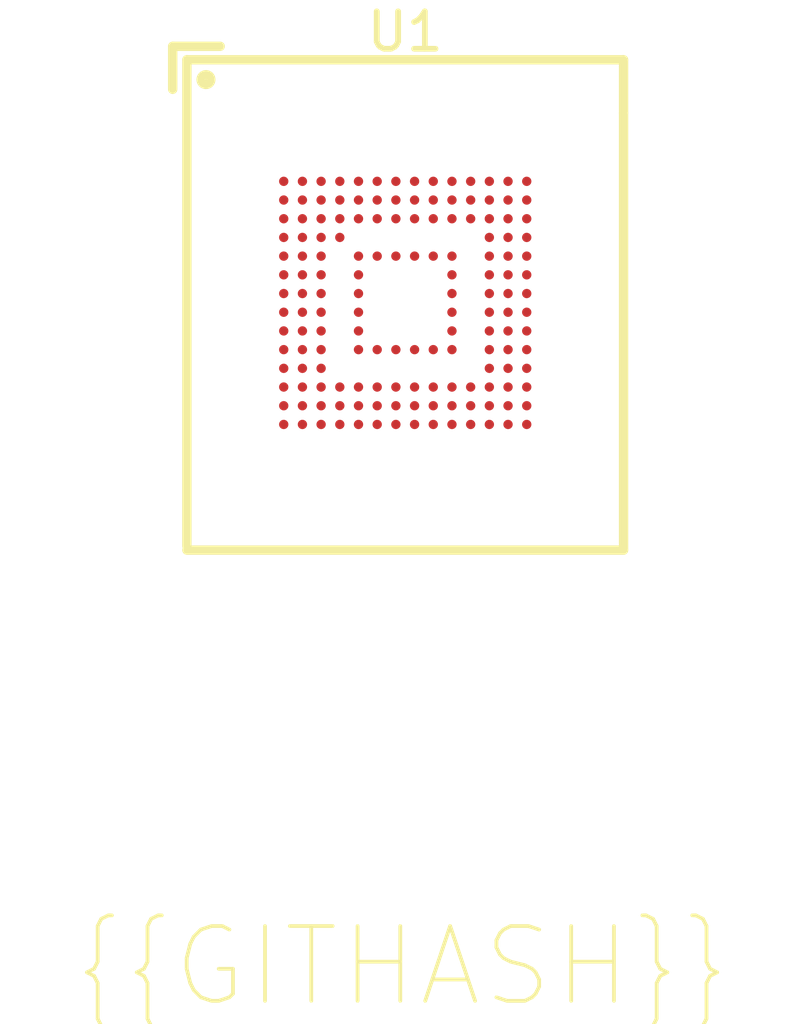
<source format=kicad_pcb>
(kicad_pcb (version 20240108) (generator "pcbnew") (generator_version "8.0")
  (layers (0 "F.Cu" signal) (31 "B.Cu" signal) (34 "B.Paste" user) (35 "F.Paste" user) (36 "B.SilkS" user "B.Silkscreen") (37 "F.SilkS" user "F.Silkscreen") (38 "B.Mask" user) (39 "F.Mask" user) (44 "Edge.Cuts" user))
  (net 0 "")
  (net 3 "*BC98.emmc.footprint.pins[73].net-net")
  (net 5 "*BC98.emmc.footprint.pins[74].net-net")
  (net 7 "*BC98.emmc.footprint.pins[111].net-net")
  (net 10 "*BC98.emmc.footprint.pins[52].net-net")
  (net 11 "*BC98.emmc.footprint.pins[71].net-net")
  (net 12 "*BC98.emmc.footprint.pins[114].net-net")
  (net 15 "*BC98.emmc.footprint.pins[135].net-net")
  (net 16 "*BC98.emmc.footprint.pins[136].net-net")
  (net 17 "*BC98.emmc.footprint.pins[79].net-net")
  (net 18 "*BC98.emmc.footprint.pins[75].net-net")
  (net 24 "*BC98.emmc.footprint.pins[108].net-net")
  (net 27 "*BC98.emmc.footprint.pins[98].net-net")
  (net 29 "*BC98.emmc.footprint.pins[48].net-net")
  (net 33 "*BC98.emmc.footprint.pins[80].net-net")
  (net 37 "*BC98.emmc.footprint.pins[1].net-net")
  (net 40 "*BC98.emmc.footprint.pins[45].net-net")
  (net 45 "*BC98.emmc.footprint.pins[54].net-net")
  (net 48 "*BC98.emmc.footprint.pins[123].net-net")
  (net 49 "*BC98.emmc.footprint.pins[99].net-net")
  (net 52 "*BC98.emmc.footprint.pins[29].net-net")
  (net 53 "*BC98.emmc.footprint.pins[37].net-net")
  (net 55 "*BC98.emmc.footprint.pins[63].net-net")
  (net 56 "*BC98.emmc.footprint.pins[0].net-net")
  (net 58 "dat0")
  (net 59 "*BC98.emmc.footprint.pins[51].net-net")
  (net 71 "*BC98.emmc.footprint.pins[128].net-net")
  (net 72 "dat7")
  (net 77 "vddi")
  (net 82 "*BC98.emmc.footprint.pins[89].net-net")
  (net 83 "dat4")
  (net 84 "*BC98.emmc.footprint.pins[113].net-net")
  (net 85 "*BC98.emmc.footprint.pins[96].net-net")
  (net 86 "*BC98.emmc.footprint.pins[94].net-net")
  (net 89 "*BC98.emmc.footprint.pins[150].net-net")
  (net 90 "cdm")
  (net 91 "*BC98.emmc.footprint.pins[107].net-net")
  (net 92 "*BC98.emmc.footprint.pins[66].net-net")
  (net 93 "*BC98.emmc.footprint.pins[126].net-net")
  (net 100 "*BC98.emmc.footprint.pins[18].net-net")
  (net 101 "*BC98.emmc.footprint.pins[59].net-net")
  (net 108 "*BC98.emmc.footprint.pins[25].net-net")
  (net 111 "*BC98.emmc.footprint.pins[69].net-net")
  (net 112 "*BC98.emmc.footprint.pins[105].net-net")
  (net 114 "dat3")
  (net 115 "*BC98.emmc.footprint.pins[125].net-net")
  (net 117 "*BC98.emmc.footprint.pins[4].net-net")
  (net 119 "*BC98.emmc.footprint.pins[64].net-net")
  (net 121 "*BC98.emmc.footprint.pins[55].net-net")
  (net 126 "*BC98.emmc.footprint.pins[144].net-net")
  (net 127 "*BC98.emmc.footprint.pins[33].net-net")
  (net 130 "*BC98.emmc.footprint.pins[124].net-net")
  (net 134 "*BC98.emmc.footprint.pins[31].net-net")
  (net 140 "*BC98.emmc.footprint.pins[30].net-net")
  (net 141 "*BC98.emmc.footprint.pins[13].net-net")
  (net 144 "*BC98.emmc.footprint.pins[19].net-net")
  (net 145 "*BC98.emmc.footprint.pins[85].net-net")
  (net 146 "*BC98.emmc.footprint.pins[67].net-net")
  (net 147 "*BC98.emmc.footprint.pins[5].net-net")
  (net 151 "*BC98.emmc.footprint.pins[47].net-net")
  (net 155 "*BC98.emmc.footprint.pins[27].net-net")
  (net 157 "*BC98.emmc.footprint.pins[72].net-net")
  (net 159 "*BC98.emmc.footprint.pins[77].net-net")
  (net 161 "*BC98.emmc.footprint.pins[40].net-net")
  (net 162 "*BC98.emmc.footprint.pins[46].net-net")
  (net 164 "*BC98.emmc-net-2")
  (net 165 "*BC98.emmc.footprint.pins[95].net-net")
  (net 168 "*BC98.emmc.footprint.pins[138].net-net")
  (net 171 "*BC98.emmc.footprint.pins[152].net-net")
  (net 175 "*BC98.emmc.footprint.pins[132].net-net")
  (net 176 "*BC98.emmc.footprint.pins[44].net-net")
  (net 177 "*BC98.emmc.footprint.pins[26].net-net")
  (net 178 "*BC98.emmc.footprint.pins[65].net-net")
  (net 179 "*BC98.emmc.footprint.pins[81].net-net")
  (net 182 "rstn")
  (net 183 "*BC98.emmc.footprint.pins[87].net-net")
  (net 185 "*BC98.emmc.footprint.pins[14].net-net")
  (net 186 "*BC98.emmc.footprint.pins[3].net-net")
  (net 189 "*BC98.emmc.footprint.pins[16].net-net")
  (net 191 "*BC98.emmc.footprint.pins[109].net-net")
  (net 192 "*BC98.emmc.footprint.pins[139].net-net")
  (net 193 "*BC98.emmc.footprint.pins[12].net-net")
  (net 198 "*BC98.emmc.footprint.pins[127].net-net")
  (net 199 "*BC98.emmc.footprint.pins[101].net-net")
  (net 201 "*BC98.emmc.footprint.pins[83].net-net")
  (net 202 "*BC98.emmc.footprint.pins[32].net-net")
  (net 203 "*BC98.emmc.footprint.pins[110].net-net")
  (net 209 "*BC98.emmc.footprint.pins[35].net-net")
  (net 213 "*BC98.emmc.footprint.pins[60].net-net")
  (net 214 "*BC98.emmc.footprint.pins[15].net-net")
  (net 219 "*BC98.emmc.footprint.pins[43].net-net")
  (net 220 "*BC98.emmc.footprint.pins[145].net-net")
  (net 221 "*BC98.emmc.footprint.pins[2].net-net")
  (net 222 "*BC98.emmc.footprint.pins[70].net-net")
  (net 223 "data_strobe")
  (net 224 "*BC98.emmc.footprint.pins[56].net-net")
  (net 226 "*BC98.emmc.footprint.pins[129].net-net")
  (net 228 "*BC98.emmc.footprint.pins[39].net-net")
  (net 229 "*BC98.emmc.footprint.pins[53].net-net")
  (net 236 "*BC98.emmc.footprint.pins[50].net-net")
  (net 237 "dat5")
  (net 238 "*BC98.emmc.footprint.pins[6].net-net")
  (net 241 "*BC98.emmc.footprint.pins[82].net-net")
  (net 244 "*BC98.emmc.footprint.pins[142].net-net")
  (net 247 "*BC98.emmc.footprint.pins[61].net-net")
  (net 248 "*BC98.emmc.footprint.pins[41].net-net")
  (net 249 "*BC98.emmc.footprint.pins[17].net-net")
  (net 254 "*BC98.emmc.footprint.pins[117].net-net")
  (net 264 "*BC98.emmc.footprint.pins[28].net-net")
  (net 265 "*BC98.emmc.footprint.pins[130].net-net")
  (net 266 "*BC98.emmc.footprint.pins[42].net-net")
  (net 269 "*BC98.emmc.footprint.pins[122].net-net")
  (net 270 "*BC98.emmc.footprint.pins[140].net-net")
  (net 275 "*BC98.emmc-net-0")
  (net 276 "*BC98.emmc.footprint.pins[102].net-net")
  (net 279 "*BC98.emmc.footprint.pins[11].net-net")
  (net 280 "*BC98.emmc.footprint.pins[143].net-net")
  (net 285 "*BC98.emmc.footprint.pins[91].net-net")
  (net 286 "*BC98.emmc.footprint.pins[141].net-net")
  (net 291 "*BC98.emmc.footprint.pins[118].net-net")
  (net 297 "*BC98.emmc.footprint.pins[112].net-net")
  (net 298 "*BC98.emmc.footprint.pins[49].net-net")
  (net 300 "dat6")
  (net 304 "*BC98.emmc.footprint.pins[115].net-net")
  (net 307 "*BC98.emmc.footprint.pins[137].net-net")
  (net 312 "*BC98.emmc.footprint.pins[106].net-net")
  (net 313 "*BC98.emmc.footprint.pins[116].net-net")
  (net 315 "*BC98.emmc-net-1")
  (net 317 "dat1")
  (net 318 "dat2")
  (net 319 "*BC98.emmc.footprint.pins[90].net-net")
  (net 320 "*BC98.emmc.footprint.pins[97].net-net")
  (net 321 "clk")
  (net 324 "*BC98.emmc.footprint.pins[88].net-net")
  (net 326 "*BC98.emmc.footprint.pins[62].net-net")
  (net 327 "*BC98.emmc.footprint.pins[151].net-net")
  (net 328 "*BC98.emmc.footprint.pins[93].net-net")
  (footprint "lcsc:FBGA-153_L13.0-W11.5-P0.50_KLMAG1JETD-B041" (layer "F.Cu") (at 149.2 97.2 0)
    (property "Reference" "U1" (at 0 -7.25 0) (layer "F.SilkS") (hide no))
    (property "Value" "Samsung_KLMBG2JETD_B041")
    (fp_line (start -4.95 -6.86) (end -6.22 -6.86) (stroke (width 0.25)) (layer "F.SilkS"))
    (fp_line (start -6.22 -6.86) (end -6.22 -5.71) (stroke (width 0.25)) (layer "F.SilkS"))
    (fp_line (start -5.84 -6.5) (end 5.84 -6.5) (stroke (width 0.25)) (layer "F.SilkS"))
    (fp_line (start 5.84 -6.5) (end 5.84 -5.08) (stroke (width 0.25)) (layer "F.SilkS"))
    (fp_line (start -5.84 6.5) (end -5.84 -6.5) (stroke (width 0.25)) (layer "F.SilkS"))
    (fp_line (start -5.84 6.61) (end 5.84 6.61) (stroke (width 0.25)) (layer "F.SilkS"))
    (fp_line (start 5.84 6.61) (end 5.84 -5.08) (stroke (width 0.25)) (layer "F.SilkS"))
    (fp_circle (center -5.33 -5.97) (end -5.2 -5.97) (stroke (width 0.25)) (fill none) (layer "F.SilkS"))
    (fp_text user "${REFERENCE}" (at 0 -7.25 0) (layer "F.SilkS"))
    (pad "A1" smd circle (at -3.25 -3.25 0) (size 0.25 0.25) (layers "F.Cu" "F.Paste" "F.Mask") (net 56 "*BC98.emmc.footprint.pins[0].net-net"))
    (pad "A2" smd circle (at -2.75 -3.25 0) (size 0.25 0.25) (layers "F.Cu" "F.Paste" "F.Mask") (net 238 "*BC98.emmc.footprint.pins[6].net-net"))
    (pad "A3" smd circle (at -2.25 -3.25 0) (size 0.25 0.25) (layers "F.Cu" "F.Paste" "F.Mask") (net 58 "dat0"))
    (pad "A4" smd circle (at -1.75 -3.25 0) (size 0.25 0.25) (layers "F.Cu" "F.Paste" "F.Mask") (net 317 "dat1"))
    (pad "A5" smd circle (at -1.25 -3.25 0) (size 0.25 0.25) (layers "F.Cu" "F.Paste" "F.Mask") (net 318 "dat2"))
    (pad "A6" smd circle (at -0.75 -3.25 0) (size 0.25 0.25) (layers "F.Cu" "F.Paste" "F.Mask") (net 275 "*BC98.emmc-net-0"))
    (pad "A7" smd circle (at -0.25 -3.25 0) (size 0.25 0.25) (layers "F.Cu" "F.Paste" "F.Mask") (net 279 "*BC98.emmc.footprint.pins[11].net-net"))
    (pad "A8" smd circle (at 0.25 -3.25 0) (size 0.25 0.25) (layers "F.Cu" "F.Paste" "F.Mask") (net 193 "*BC98.emmc.footprint.pins[12].net-net"))
    (pad "A9" smd circle (at 0.75 -3.25 0) (size 0.25 0.25) (layers "F.Cu" "F.Paste" "F.Mask") (net 141 "*BC98.emmc.footprint.pins[13].net-net"))
    (pad "A10" smd circle (at 1.25 -3.25 0) (size 0.25 0.25) (layers "F.Cu" "F.Paste" "F.Mask") (net 37 "*BC98.emmc.footprint.pins[1].net-net"))
    (pad "A11" smd circle (at 1.75 -3.25 0) (size 0.25 0.25) (layers "F.Cu" "F.Paste" "F.Mask") (net 221 "*BC98.emmc.footprint.pins[2].net-net"))
    (pad "A12" smd circle (at 2.25 -3.25 0) (size 0.25 0.25) (layers "F.Cu" "F.Paste" "F.Mask") (net 186 "*BC98.emmc.footprint.pins[3].net-net"))
    (pad "A13" smd circle (at 2.75 -3.25 0) (size 0.25 0.25) (layers "F.Cu" "F.Paste" "F.Mask") (net 117 "*BC98.emmc.footprint.pins[4].net-net"))
    (pad "A14" smd circle (at 3.25 -3.25 0) (size 0.25 0.25) (layers "F.Cu" "F.Paste" "F.Mask") (net 147 "*BC98.emmc.footprint.pins[5].net-net"))
    (pad "B1" smd circle (at -3.25 -2.75 0) (size 0.25 0.25) (layers "F.Cu" "F.Paste" "F.Mask") (net 185 "*BC98.emmc.footprint.pins[14].net-net"))
    (pad "B2" smd circle (at -2.75 -2.75 0) (size 0.25 0.25) (layers "F.Cu" "F.Paste" "F.Mask") (net 114 "dat3"))
    (pad "B3" smd circle (at -2.25 -2.75 0) (size 0.25 0.25) (layers "F.Cu" "F.Paste" "F.Mask") (net 83 "dat4"))
    (pad "B4" smd circle (at -1.75 -2.75 0) (size 0.25 0.25) (layers "F.Cu" "F.Paste" "F.Mask") (net 237 "dat5"))
    (pad "B5" smd circle (at -1.25 -2.75 0) (size 0.25 0.25) (layers "F.Cu" "F.Paste" "F.Mask") (net 300 "dat6"))
    (pad "B6" smd circle (at -0.75 -2.75 0) (size 0.25 0.25) (layers "F.Cu" "F.Paste" "F.Mask") (net 72 "dat7"))
    (pad "B7" smd circle (at -0.25 -2.75 0) (size 0.25 0.25) (layers "F.Cu" "F.Paste" "F.Mask") (net 108 "*BC98.emmc.footprint.pins[25].net-net"))
    (pad "B8" smd circle (at 0.25 -2.75 0) (size 0.25 0.25) (layers "F.Cu" "F.Paste" "F.Mask") (net 177 "*BC98.emmc.footprint.pins[26].net-net"))
    (pad "B9" smd circle (at 0.75 -2.75 0) (size 0.25 0.25) (layers "F.Cu" "F.Paste" "F.Mask") (net 155 "*BC98.emmc.footprint.pins[27].net-net"))
    (pad "B10" smd circle (at 1.25 -2.75 0) (size 0.25 0.25) (layers "F.Cu" "F.Paste" "F.Mask") (net 214 "*BC98.emmc.footprint.pins[15].net-net"))
    (pad "B11" smd circle (at 1.75 -2.75 0) (size 0.25 0.25) (layers "F.Cu" "F.Paste" "F.Mask") (net 189 "*BC98.emmc.footprint.pins[16].net-net"))
    (pad "B12" smd circle (at 2.25 -2.75 0) (size 0.25 0.25) (layers "F.Cu" "F.Paste" "F.Mask") (net 249 "*BC98.emmc.footprint.pins[17].net-net"))
    (pad "B13" smd circle (at 2.75 -2.75 0) (size 0.25 0.25) (layers "F.Cu" "F.Paste" "F.Mask") (net 100 "*BC98.emmc.footprint.pins[18].net-net"))
    (pad "B14" smd circle (at 3.25 -2.75 0) (size 0.25 0.25) (layers "F.Cu" "F.Paste" "F.Mask") (net 144 "*BC98.emmc.footprint.pins[19].net-net"))
    (pad "C1" smd circle (at -3.25 -2.25 0) (size 0.25 0.25) (layers "F.Cu" "F.Paste" "F.Mask") (net 264 "*BC98.emmc.footprint.pins[28].net-net"))
    (pad "C2" smd circle (at -2.75 -2.25 0) (size 0.25 0.25) (layers "F.Cu" "F.Paste" "F.Mask") (net 77 "vddi"))
    (pad "C3" smd circle (at -2.25 -2.25 0) (size 0.25 0.25) (layers "F.Cu" "F.Paste" "F.Mask") (net 209 "*BC98.emmc.footprint.pins[35].net-net"))
    (pad "C4" smd circle (at -1.75 -2.25 0) (size 0.25 0.25) (layers "F.Cu" "F.Paste" "F.Mask") (net 275 "*BC98.emmc-net-0"))
    (pad "C5" smd circle (at -1.25 -2.25 0) (size 0.25 0.25) (layers "F.Cu" "F.Paste" "F.Mask") (net 53 "*BC98.emmc.footprint.pins[37].net-net"))
    (pad "C6" smd circle (at -0.75 -2.25 0) (size 0.25 0.25) (layers "F.Cu" "F.Paste" "F.Mask") (net 164 "*BC98.emmc-net-2"))
    (pad "C7" smd circle (at -0.25 -2.25 0) (size 0.25 0.25) (layers "F.Cu" "F.Paste" "F.Mask") (net 228 "*BC98.emmc.footprint.pins[39].net-net"))
    (pad "C8" smd circle (at 0.25 -2.25 0) (size 0.25 0.25) (layers "F.Cu" "F.Paste" "F.Mask") (net 161 "*BC98.emmc.footprint.pins[40].net-net"))
    (pad "C9" smd circle (at 0.75 -2.25 0) (size 0.25 0.25) (layers "F.Cu" "F.Paste" "F.Mask") (net 248 "*BC98.emmc.footprint.pins[41].net-net"))
    (pad "C10" smd circle (at 1.25 -2.25 0) (size 0.25 0.25) (layers "F.Cu" "F.Paste" "F.Mask") (net 52 "*BC98.emmc.footprint.pins[29].net-net"))
    (pad "C11" smd circle (at 1.75 -2.25 0) (size 0.25 0.25) (layers "F.Cu" "F.Paste" "F.Mask") (net 140 "*BC98.emmc.footprint.pins[30].net-net"))
    (pad "C12" smd circle (at 2.25 -2.25 0) (size 0.25 0.25) (layers "F.Cu" "F.Paste" "F.Mask") (net 134 "*BC98.emmc.footprint.pins[31].net-net"))
    (pad "C13" smd circle (at 2.75 -2.25 0) (size 0.25 0.25) (layers "F.Cu" "F.Paste" "F.Mask") (net 202 "*BC98.emmc.footprint.pins[32].net-net"))
    (pad "C14" smd circle (at 3.25 -2.25 0) (size 0.25 0.25) (layers "F.Cu" "F.Paste" "F.Mask") (net 127 "*BC98.emmc.footprint.pins[33].net-net"))
    (pad "D1" smd circle (at -3.25 -1.75 0) (size 0.25 0.25) (layers "F.Cu" "F.Paste" "F.Mask") (net 266 "*BC98.emmc.footprint.pins[42].net-net"))
    (pad "D2" smd circle (at -2.75 -1.75 0) (size 0.25 0.25) (layers "F.Cu" "F.Paste" "F.Mask") (net 162 "*BC98.emmc.footprint.pins[46].net-net"))
    (pad "D3" smd circle (at -2.25 -1.75 0) (size 0.25 0.25) (layers "F.Cu" "F.Paste" "F.Mask") (net 151 "*BC98.emmc.footprint.pins[47].net-net"))
    (pad "D4" smd circle (at -1.75 -1.75 0) (size 0.25 0.25) (layers "F.Cu" "F.Paste" "F.Mask") (net 29 "*BC98.emmc.footprint.pins[48].net-net"))
    (pad "D12" smd circle (at 2.25 -1.75 0) (size 0.25 0.25) (layers "F.Cu" "F.Paste" "F.Mask") (net 219 "*BC98.emmc.footprint.pins[43].net-net"))
    (pad "D13" smd circle (at 2.75 -1.75 0) (size 0.25 0.25) (layers "F.Cu" "F.Paste" "F.Mask") (net 176 "*BC98.emmc.footprint.pins[44].net-net"))
    (pad "D14" smd circle (at 3.25 -1.75 0) (size 0.25 0.25) (layers "F.Cu" "F.Paste" "F.Mask") (net 40 "*BC98.emmc.footprint.pins[45].net-net"))
    (pad "E1" smd circle (at -3.25 -1.25 0) (size 0.25 0.25) (layers "F.Cu" "F.Paste" "F.Mask") (net 298 "*BC98.emmc.footprint.pins[49].net-net"))
    (pad "E2" smd circle (at -2.75 -1.25 0) (size 0.25 0.25) (layers "F.Cu" "F.Paste" "F.Mask") (net 45 "*BC98.emmc.footprint.pins[54].net-net"))
    (pad "E3" smd circle (at -2.25 -1.25 0) (size 0.25 0.25) (layers "F.Cu" "F.Paste" "F.Mask") (net 121 "*BC98.emmc.footprint.pins[55].net-net"))
    (pad "E5" smd circle (at -1.25 -1.25 0) (size 0.25 0.25) (layers "F.Cu" "F.Paste" "F.Mask") (net 224 "*BC98.emmc.footprint.pins[56].net-net"))
    (pad "E6" smd circle (at -0.75 -1.25 0) (size 0.25 0.25) (layers "F.Cu" "F.Paste" "F.Mask") (net 315 "*BC98.emmc-net-1"))
    (pad "E7" smd circle (at -0.25 -1.25 0) (size 0.25 0.25) (layers "F.Cu" "F.Paste" "F.Mask") (net 275 "*BC98.emmc-net-0"))
    (pad "E8" smd circle (at 0.25 -1.25 0) (size 0.25 0.25) (layers "F.Cu" "F.Paste" "F.Mask") (net 101 "*BC98.emmc.footprint.pins[59].net-net"))
    (pad "E9" smd circle (at 0.75 -1.25 0) (size 0.25 0.25) (layers "F.Cu" "F.Paste" "F.Mask") (net 213 "*BC98.emmc.footprint.pins[60].net-net"))
    (pad "E10" smd circle (at 1.25 -1.25 0) (size 0.25 0.25) (layers "F.Cu" "F.Paste" "F.Mask") (net 236 "*BC98.emmc.footprint.pins[50].net-net"))
    (pad "E12" smd circle (at 2.25 -1.25 0) (size 0.25 0.25) (layers "F.Cu" "F.Paste" "F.Mask") (net 59 "*BC98.emmc.footprint.pins[51].net-net"))
    (pad "E13" smd circle (at 2.75 -1.25 0) (size 0.25 0.25) (layers "F.Cu" "F.Paste" "F.Mask") (net 10 "*BC98.emmc.footprint.pins[52].net-net"))
    (pad "E14" smd circle (at 3.25 -1.25 0) (size 0.25 0.25) (layers "F.Cu" "F.Paste" "F.Mask") (net 229 "*BC98.emmc.footprint.pins[53].net-net"))
    (pad "F1" smd circle (at -3.25 -0.75 0) (size 0.25 0.25) (layers "F.Cu" "F.Paste" "F.Mask") (net 247 "*BC98.emmc.footprint.pins[61].net-net"))
    (pad "F2" smd circle (at -2.75 -0.75 0) (size 0.25 0.25) (layers "F.Cu" "F.Paste" "F.Mask") (net 92 "*BC98.emmc.footprint.pins[66].net-net"))
    (pad "F3" smd circle (at -2.25 -0.75 0) (size 0.25 0.25) (layers "F.Cu" "F.Paste" "F.Mask") (net 146 "*BC98.emmc.footprint.pins[67].net-net"))
    (pad "F5" smd circle (at -1.25 -0.75 0) (size 0.25 0.25) (layers "F.Cu" "F.Paste" "F.Mask") (net 315 "*BC98.emmc-net-1"))
    (pad "F10" smd circle (at 1.25 -0.75 0) (size 0.25 0.25) (layers "F.Cu" "F.Paste" "F.Mask") (net 326 "*BC98.emmc.footprint.pins[62].net-net"))
    (pad "F12" smd circle (at 2.25 -0.75 0) (size 0.25 0.25) (layers "F.Cu" "F.Paste" "F.Mask") (net 55 "*BC98.emmc.footprint.pins[63].net-net"))
    (pad "F13" smd circle (at 2.75 -0.75 0) (size 0.25 0.25) (layers "F.Cu" "F.Paste" "F.Mask") (net 119 "*BC98.emmc.footprint.pins[64].net-net"))
    (pad "F14" smd circle (at 3.25 -0.75 0) (size 0.25 0.25) (layers "F.Cu" "F.Paste" "F.Mask") (net 178 "*BC98.emmc.footprint.pins[65].net-net"))
    (pad "G1" smd circle (at -3.25 -0.25 0) (size 0.25 0.25) (layers "F.Cu" "F.Paste" "F.Mask") (net 111 "*BC98.emmc.footprint.pins[69].net-net"))
    (pad "G2" smd circle (at -2.75 -0.25 0) (size 0.25 0.25) (layers "F.Cu" "F.Paste" "F.Mask") (net 5 "*BC98.emmc.footprint.pins[74].net-net"))
    (pad "G3" smd circle (at -2.25 -0.25 0) (size 0.25 0.25) (layers "F.Cu" "F.Paste" "F.Mask") (net 18 "*BC98.emmc.footprint.pins[75].net-net"))
    (pad "G5" smd circle (at -1.25 -0.25 0) (size 0.25 0.25) (layers "F.Cu" "F.Paste" "F.Mask") (net 275 "*BC98.emmc-net-0"))
    (pad "G10" smd circle (at 1.25 -0.25 0) (size 0.25 0.25) (layers "F.Cu" "F.Paste" "F.Mask") (net 222 "*BC98.emmc.footprint.pins[70].net-net"))
    (pad "G12" smd circle (at 2.25 -0.25 0) (size 0.25 0.25) (layers "F.Cu" "F.Paste" "F.Mask") (net 11 "*BC98.emmc.footprint.pins[71].net-net"))
    (pad "G13" smd circle (at 2.75 -0.25 0) (size 0.25 0.25) (layers "F.Cu" "F.Paste" "F.Mask") (net 157 "*BC98.emmc.footprint.pins[72].net-net"))
    (pad "G14" smd circle (at 3.25 -0.25 0) (size 0.25 0.25) (layers "F.Cu" "F.Paste" "F.Mask") (net 3 "*BC98.emmc.footprint.pins[73].net-net"))
    (pad "H1" smd circle (at -3.25 0.25 0) (size 0.25 0.25) (layers "F.Cu" "F.Paste" "F.Mask") (net 159 "*BC98.emmc.footprint.pins[77].net-net"))
    (pad "H2" smd circle (at -2.75 0.25 0) (size 0.25 0.25) (layers "F.Cu" "F.Paste" "F.Mask") (net 241 "*BC98.emmc.footprint.pins[82].net-net"))
    (pad "H3" smd circle (at -2.25 0.25 0) (size 0.25 0.25) (layers "F.Cu" "F.Paste" "F.Mask") (net 201 "*BC98.emmc.footprint.pins[83].net-net"))
    (pad "H5" smd circle (at -1.25 0.25 0) (size 0.25 0.25) (layers "F.Cu" "F.Paste" "F.Mask") (net 223 "data_strobe"))
    (pad "H10" smd circle (at 1.25 0.25 0) (size 0.25 0.25) (layers "F.Cu" "F.Paste" "F.Mask") (net 275 "*BC98.emmc-net-0"))
    (pad "H12" smd circle (at 2.25 0.25 0) (size 0.25 0.25) (layers "F.Cu" "F.Paste" "F.Mask") (net 17 "*BC98.emmc.footprint.pins[79].net-net"))
    (pad "H13" smd circle (at 2.75 0.25 0) (size 0.25 0.25) (layers "F.Cu" "F.Paste" "F.Mask") (net 33 "*BC98.emmc.footprint.pins[80].net-net"))
    (pad "H14" smd circle (at 3.25 0.25 0) (size 0.25 0.25) (layers "F.Cu" "F.Paste" "F.Mask") (net 179 "*BC98.emmc.footprint.pins[81].net-net"))
    (pad "J1" smd circle (at -3.25 0.75 0) (size 0.25 0.25) (layers "F.Cu" "F.Paste" "F.Mask") (net 145 "*BC98.emmc.footprint.pins[85].net-net"))
    (pad "J2" smd circle (at -2.75 0.75 0) (size 0.25 0.25) (layers "F.Cu" "F.Paste" "F.Mask") (net 319 "*BC98.emmc.footprint.pins[90].net-net"))
    (pad "J3" smd circle (at -2.25 0.75 0) (size 0.25 0.25) (layers "F.Cu" "F.Paste" "F.Mask") (net 285 "*BC98.emmc.footprint.pins[91].net-net"))
    (pad "J5" smd circle (at -1.25 0.75 0) (size 0.25 0.25) (layers "F.Cu" "F.Paste" "F.Mask") (net 275 "*BC98.emmc-net-0"))
    (pad "J10" smd circle (at 1.25 0.75 0) (size 0.25 0.25) (layers "F.Cu" "F.Paste" "F.Mask") (net 315 "*BC98.emmc-net-1"))
    (pad "J12" smd circle (at 2.25 0.75 0) (size 0.25 0.25) (layers "F.Cu" "F.Paste" "F.Mask") (net 183 "*BC98.emmc.footprint.pins[87].net-net"))
    (pad "J13" smd circle (at 2.75 0.75 0) (size 0.25 0.25) (layers "F.Cu" "F.Paste" "F.Mask") (net 324 "*BC98.emmc.footprint.pins[88].net-net"))
    (pad "J14" smd circle (at 3.25 0.75 0) (size 0.25 0.25) (layers "F.Cu" "F.Paste" "F.Mask") (net 82 "*BC98.emmc.footprint.pins[89].net-net"))
    (pad "K1" smd circle (at -3.25 1.25 0) (size 0.25 0.25) (layers "F.Cu" "F.Paste" "F.Mask") (net 328 "*BC98.emmc.footprint.pins[93].net-net"))
    (pad "K2" smd circle (at -2.75 1.25 0) (size 0.25 0.25) (layers "F.Cu" "F.Paste" "F.Mask") (net 27 "*BC98.emmc.footprint.pins[98].net-net"))
    (pad "K3" smd circle (at -2.25 1.25 0) (size 0.25 0.25) (layers "F.Cu" "F.Paste" "F.Mask") (net 49 "*BC98.emmc.footprint.pins[99].net-net"))
    (pad "K5" smd circle (at -1.25 1.25 0) (size 0.25 0.25) (layers "F.Cu" "F.Paste" "F.Mask") (net 182 "rstn"))
    (pad "K6" smd circle (at -0.75 1.25 0) (size 0.25 0.25) (layers "F.Cu" "F.Paste" "F.Mask") (net 199 "*BC98.emmc.footprint.pins[101].net-net"))
    (pad "K7" smd circle (at -0.25 1.25 0) (size 0.25 0.25) (layers "F.Cu" "F.Paste" "F.Mask") (net 276 "*BC98.emmc.footprint.pins[102].net-net"))
    (pad "K8" smd circle (at 0.25 1.25 0) (size 0.25 0.25) (layers "F.Cu" "F.Paste" "F.Mask") (net 275 "*BC98.emmc-net-0"))
    (pad "K9" smd circle (at 0.75 1.25 0) (size 0.25 0.25) (layers "F.Cu" "F.Paste" "F.Mask") (net 315 "*BC98.emmc-net-1"))
    (pad "K10" smd circle (at 1.25 1.25 0) (size 0.25 0.25) (layers "F.Cu" "F.Paste" "F.Mask") (net 86 "*BC98.emmc.footprint.pins[94].net-net"))
    (pad "K12" smd circle (at 2.25 1.25 0) (size 0.25 0.25) (layers "F.Cu" "F.Paste" "F.Mask") (net 165 "*BC98.emmc.footprint.pins[95].net-net"))
    (pad "K13" smd circle (at 2.75 1.25 0) (size 0.25 0.25) (layers "F.Cu" "F.Paste" "F.Mask") (net 85 "*BC98.emmc.footprint.pins[96].net-net"))
    (pad "K14" smd circle (at 3.25 1.25 0) (size 0.25 0.25) (layers "F.Cu" "F.Paste" "F.Mask") (net 320 "*BC98.emmc.footprint.pins[97].net-net"))
    (pad "L1" smd circle (at -3.25 1.75 0) (size 0.25 0.25) (layers "F.Cu" "F.Paste" "F.Mask") (net 112 "*BC98.emmc.footprint.pins[105].net-net"))
    (pad "L2" smd circle (at -2.75 1.75 0) (size 0.25 0.25) (layers "F.Cu" "F.Paste" "F.Mask") (net 191 "*BC98.emmc.footprint.pins[109].net-net"))
    (pad "L3" smd circle (at -2.25 1.75 0) (size 0.25 0.25) (layers "F.Cu" "F.Paste" "F.Mask") (net 203 "*BC98.emmc.footprint.pins[110].net-net"))
    (pad "L12" smd circle (at 2.25 1.75 0) (size 0.25 0.25) (layers "F.Cu" "F.Paste" "F.Mask") (net 312 "*BC98.emmc.footprint.pins[106].net-net"))
    (pad "L13" smd circle (at 2.75 1.75 0) (size 0.25 0.25) (layers "F.Cu" "F.Paste" "F.Mask") (net 91 "*BC98.emmc.footprint.pins[107].net-net"))
    (pad "L14" smd circle (at 3.25 1.75 0) (size 0.25 0.25) (layers "F.Cu" "F.Paste" "F.Mask") (net 24 "*BC98.emmc.footprint.pins[108].net-net"))
    (pad "M1" smd circle (at -3.25 2.25 0) (size 0.25 0.25) (layers "F.Cu" "F.Paste" "F.Mask") (net 7 "*BC98.emmc.footprint.pins[111].net-net"))
    (pad "M2" smd circle (at -2.75 2.25 0) (size 0.25 0.25) (layers "F.Cu" "F.Paste" "F.Mask") (net 254 "*BC98.emmc.footprint.pins[117].net-net"))
    (pad "M3" smd circle (at -2.25 2.25 0) (size 0.25 0.25) (layers "F.Cu" "F.Paste" "F.Mask") (net 291 "*BC98.emmc.footprint.pins[118].net-net"))
    (pad "M4" smd circle (at -1.75 2.25 0) (size 0.25 0.25) (layers "F.Cu" "F.Paste" "F.Mask") (net 164 "*BC98.emmc-net-2"))
    (pad "M5" smd circle (at -1.25 2.25 0) (size 0.25 0.25) (layers "F.Cu" "F.Paste" "F.Mask") (net 90 "cdm"))
    (pad "M6" smd circle (at -0.75 2.25 0) (size 0.25 0.25) (layers "F.Cu" "F.Paste" "F.Mask") (net 321 "clk"))
    (pad "M7" smd circle (at -0.25 2.25 0) (size 0.25 0.25) (layers "F.Cu" "F.Paste" "F.Mask") (net 269 "*BC98.emmc.footprint.pins[122].net-net"))
    (pad "M8" smd circle (at 0.25 2.25 0) (size 0.25 0.25) (layers "F.Cu" "F.Paste" "F.Mask") (net 48 "*BC98.emmc.footprint.pins[123].net-net"))
    (pad "M9" smd circle (at 0.75 2.25 0) (size 0.25 0.25) (layers "F.Cu" "F.Paste" "F.Mask") (net 130 "*BC98.emmc.footprint.pins[124].net-net"))
    (pad "M10" smd circle (at 1.25 2.25 0) (size 0.25 0.25) (layers "F.Cu" "F.Paste" "F.Mask") (net 297 "*BC98.emmc.footprint.pins[112].net-net"))
    (pad "M11" smd circle (at 1.75 2.25 0) (size 0.25 0.25) (layers "F.Cu" "F.Paste" "F.Mask") (net 84 "*BC98.emmc.footprint.pins[113].net-net"))
    (pad "M12" smd circle (at 2.25 2.25 0) (size 0.25 0.25) (layers "F.Cu" "F.Paste" "F.Mask") (net 12 "*BC98.emmc.footprint.pins[114].net-net"))
    (pad "M13" smd circle (at 2.75 2.25 0) (size 0.25 0.25) (layers "F.Cu" "F.Paste" "F.Mask") (net 304 "*BC98.emmc.footprint.pins[115].net-net"))
    (pad "M14" smd circle (at 3.25 2.25 0) (size 0.25 0.25) (layers "F.Cu" "F.Paste" "F.Mask") (net 313 "*BC98.emmc.footprint.pins[116].net-net"))
    (pad "N1" smd circle (at -3.25 2.75 0) (size 0.25 0.25) (layers "F.Cu" "F.Paste" "F.Mask") (net 115 "*BC98.emmc.footprint.pins[125].net-net"))
    (pad "N2" smd circle (at -2.75 2.75 0) (size 0.25 0.25) (layers "F.Cu" "F.Paste" "F.Mask") (net 275 "*BC98.emmc-net-0"))
    (pad "N3" smd circle (at -2.25 2.75 0) (size 0.25 0.25) (layers "F.Cu" "F.Paste" "F.Mask") (net 175 "*BC98.emmc.footprint.pins[132].net-net"))
    (pad "N4" smd circle (at -1.75 2.75 0) (size 0.25 0.25) (layers "F.Cu" "F.Paste" "F.Mask") (net 164 "*BC98.emmc-net-2"))
    (pad "N5" smd circle (at -1.25 2.75 0) (size 0.25 0.25) (layers "F.Cu" "F.Paste" "F.Mask") (net 275 "*BC98.emmc-net-0"))
    (pad "N6" smd circle (at -0.75 2.75 0) (size 0.25 0.25) (layers "F.Cu" "F.Paste" "F.Mask") (net 15 "*BC98.emmc.footprint.pins[135].net-net"))
    (pad "N7" smd circle (at -0.25 2.75 0) (size 0.25 0.25) (layers "F.Cu" "F.Paste" "F.Mask") (net 16 "*BC98.emmc.footprint.pins[136].net-net"))
    (pad "N8" smd circle (at 0.25 2.75 0) (size 0.25 0.25) (layers "F.Cu" "F.Paste" "F.Mask") (net 307 "*BC98.emmc.footprint.pins[137].net-net"))
    (pad "N9" smd circle (at 0.75 2.75 0) (size 0.25 0.25) (layers "F.Cu" "F.Paste" "F.Mask") (net 168 "*BC98.emmc.footprint.pins[138].net-net"))
    (pad "N10" smd circle (at 1.25 2.75 0) (size 0.25 0.25) (layers "F.Cu" "F.Paste" "F.Mask") (net 93 "*BC98.emmc.footprint.pins[126].net-net"))
    (pad "N11" smd circle (at 1.75 2.75 0) (size 0.25 0.25) (layers "F.Cu" "F.Paste" "F.Mask") (net 198 "*BC98.emmc.footprint.pins[127].net-net"))
    (pad "N12" smd circle (at 2.25 2.75 0) (size 0.25 0.25) (layers "F.Cu" "F.Paste" "F.Mask") (net 71 "*BC98.emmc.footprint.pins[128].net-net"))
    (pad "N13" smd circle (at 2.75 2.75 0) (size 0.25 0.25) (layers "F.Cu" "F.Paste" "F.Mask") (net 226 "*BC98.emmc.footprint.pins[129].net-net"))
    (pad "N14" smd circle (at 3.25 2.75 0) (size 0.25 0.25) (layers "F.Cu" "F.Paste" "F.Mask") (net 265 "*BC98.emmc.footprint.pins[130].net-net"))
    (pad "P1" smd circle (at -3.25 3.25 0) (size 0.25 0.25) (layers "F.Cu" "F.Paste" "F.Mask") (net 192 "*BC98.emmc.footprint.pins[139].net-net"))
    (pad "P2" smd circle (at -2.75 3.25 0) (size 0.25 0.25) (layers "F.Cu" "F.Paste" "F.Mask") (net 220 "*BC98.emmc.footprint.pins[145].net-net"))
    (pad "P3" smd circle (at -2.25 3.25 0) (size 0.25 0.25) (layers "F.Cu" "F.Paste" "F.Mask") (net 164 "*BC98.emmc-net-2"))
    (pad "P4" smd circle (at -1.75 3.25 0) (size 0.25 0.25) (layers "F.Cu" "F.Paste" "F.Mask") (net 275 "*BC98.emmc-net-0"))
    (pad "P5" smd circle (at -1.25 3.25 0) (size 0.25 0.25) (layers "F.Cu" "F.Paste" "F.Mask") (net 164 "*BC98.emmc-net-2"))
    (pad "P6" smd circle (at -0.75 3.25 0) (size 0.25 0.25) (layers "F.Cu" "F.Paste" "F.Mask") (net 275 "*BC98.emmc-net-0"))
    (pad "P7" smd circle (at -0.25 3.25 0) (size 0.25 0.25) (layers "F.Cu" "F.Paste" "F.Mask") (net 89 "*BC98.emmc.footprint.pins[150].net-net"))
    (pad "P8" smd circle (at 0.25 3.25 0) (size 0.25 0.25) (layers "F.Cu" "F.Paste" "F.Mask") (net 327 "*BC98.emmc.footprint.pins[151].net-net"))
    (pad "P9" smd circle (at 0.75 3.25 0) (size 0.25 0.25) (layers "F.Cu" "F.Paste" "F.Mask") (net 171 "*BC98.emmc.footprint.pins[152].net-net"))
    (pad "P10" smd circle (at 1.25 3.25 0) (size 0.25 0.25) (layers "F.Cu" "F.Paste" "F.Mask") (net 270 "*BC98.emmc.footprint.pins[140].net-net"))
    (pad "P11" smd circle (at 1.75 3.25 0) (size 0.25 0.25) (layers "F.Cu" "F.Paste" "F.Mask") (net 286 "*BC98.emmc.footprint.pins[141].net-net"))
    (pad "P12" smd circle (at 2.25 3.25 0) (size 0.25 0.25) (layers "F.Cu" "F.Paste" "F.Mask") (net 244 "*BC98.emmc.footprint.pins[142].net-net"))
    (pad "P13" smd circle (at 2.75 3.25 0) (size 0.25 0.25) (layers "F.Cu" "F.Paste" "F.Mask") (net 280 "*BC98.emmc.footprint.pins[143].net-net"))
    (pad "P14" smd circle (at 3.25 3.25 0) (size 0.25 0.25) (layers "F.Cu" "F.Paste" "F.Mask") (net 126 "*BC98.emmc.footprint.pins[144].net-net"))
  )
  (gr_text "{{GITHASH}}" (at 140.240427 116.111573 0) (layer "F.SilkS") (effects (font (size 2 2) (thickness 0.1)) (justify left bottom)))
)
</source>
